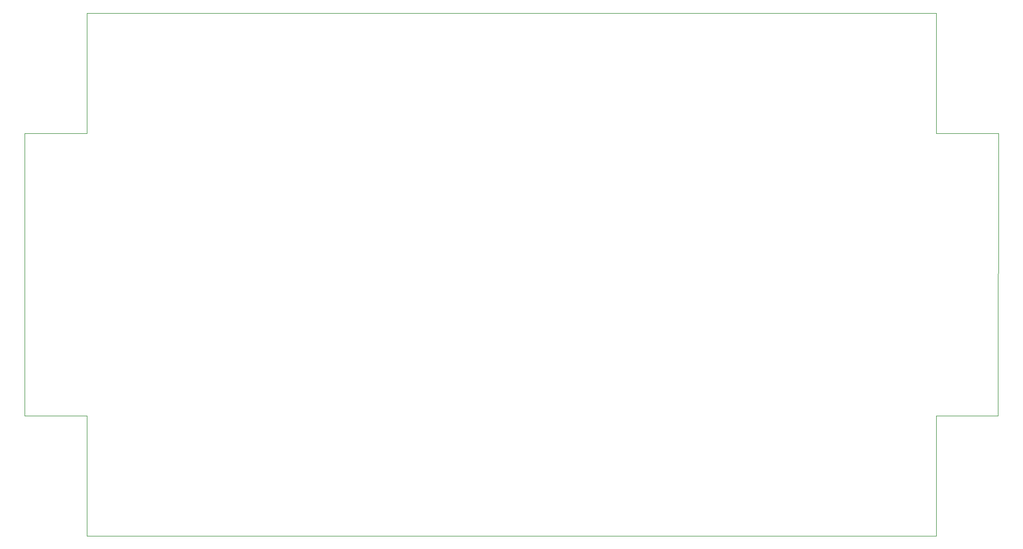
<source format=gbr>
%TF.GenerationSoftware,KiCad,Pcbnew,6.0.2+dfsg-1*%
%TF.CreationDate,2023-05-08T14:40:52+02:00*%
%TF.ProjectId,sensor,73656e73-6f72-42e6-9b69-6361645f7063,rev?*%
%TF.SameCoordinates,Original*%
%TF.FileFunction,Profile,NP*%
%FSLAX46Y46*%
G04 Gerber Fmt 4.6, Leading zero omitted, Abs format (unit mm)*
G04 Created by KiCad (PCBNEW 6.0.2+dfsg-1) date 2023-05-08 14:40:52*
%MOMM*%
%LPD*%
G01*
G04 APERTURE LIST*
%TA.AperFunction,Profile*%
%ADD10C,0.038100*%
%TD*%
G04 APERTURE END LIST*
D10*
X60300000Y-51300000D02*
X50600000Y-51300000D01*
X50600000Y-51300000D02*
X50600000Y-95100000D01*
X50600000Y-95100000D02*
X60300000Y-95100000D01*
X60300000Y-95100000D02*
X60300000Y-113700000D01*
X60300000Y-113700000D02*
X191900000Y-113700000D01*
X191900000Y-113700000D02*
X191900000Y-95100000D01*
X191900000Y-95100000D02*
X201500000Y-95100000D01*
X201500000Y-95100000D02*
X201600000Y-51300000D01*
X201600000Y-51300000D02*
X191900000Y-51300000D01*
X191900000Y-51300000D02*
X191900000Y-32700000D01*
X191900000Y-32700000D02*
X126100000Y-32700000D01*
X126100000Y-32700000D02*
X60300000Y-32700000D01*
X60300000Y-32700000D02*
X60300000Y-51300000D01*
M02*

</source>
